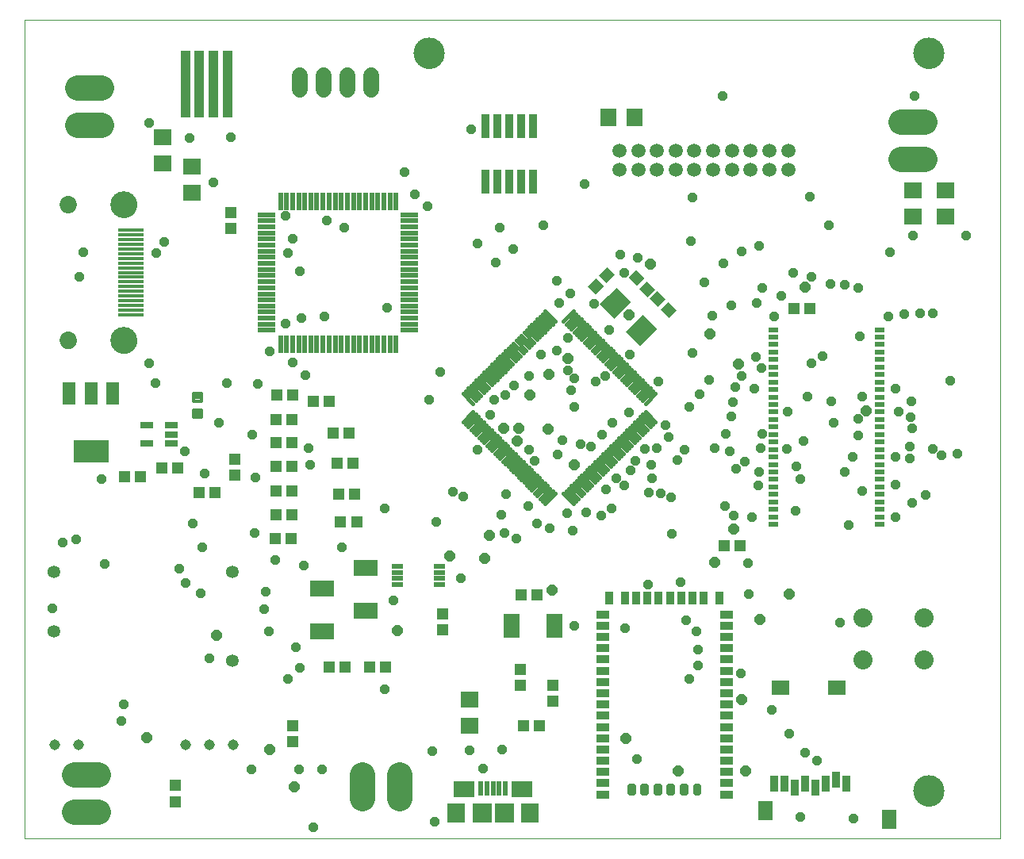
<source format=gts>
G75*
%MOIN*%
%OFA0B0*%
%FSLAX25Y25*%
%IPPOS*%
%LPD*%
%AMOC8*
5,1,8,0,0,1.08239X$1,22.5*
%
%ADD10C,0.00000*%
%ADD11C,0.13100*%
%ADD12R,0.07687X0.06899*%
%ADD13R,0.05324X0.03750*%
%ADD14R,0.03750X0.05324*%
%ADD15C,0.02812*%
%ADD16R,0.06112X0.08080*%
%ADD17R,0.07687X0.06112*%
%ADD18R,0.03356X0.06506*%
%ADD19R,0.10836X0.01781*%
%ADD20C,0.11230*%
%ADD21C,0.07293*%
%ADD22R,0.02300X0.07200*%
%ADD23R,0.07200X0.02300*%
%ADD24R,0.04143X0.02175*%
%ADD25C,0.01500*%
%ADD26R,0.02175X0.05915*%
%ADD27R,0.08080X0.08080*%
%ADD28R,0.07690X0.08080*%
%ADD29R,0.08868X0.06899*%
%ADD30R,0.03592X0.10049*%
%ADD31C,0.10639*%
%ADD32R,0.04931X0.04537*%
%ADD33R,0.06506X0.10049*%
%ADD34C,0.08000*%
%ADD35R,0.05324X0.02765*%
%ADD36R,0.04537X0.04931*%
%ADD37R,0.03946X0.28159*%
%ADD38R,0.10049X0.08474*%
%ADD39C,0.01361*%
%ADD40R,0.04931X0.02175*%
%ADD41C,0.05915*%
%ADD42R,0.06899X0.07687*%
%ADD43R,0.05400X0.09400*%
%ADD44R,0.14773X0.09261*%
%ADD45C,0.05324*%
%ADD46R,0.10049X0.06506*%
%ADD47C,0.04500*%
%ADD48C,0.06506*%
%ADD49OC8,0.04000*%
%ADD50OC8,0.04362*%
D10*
X0001500Y0017369D02*
X0001500Y0361369D01*
X0411500Y0361369D01*
X0411500Y0017369D01*
X0001500Y0017369D01*
X0016422Y0226699D02*
X0016424Y0226814D01*
X0016430Y0226930D01*
X0016440Y0227045D01*
X0016454Y0227160D01*
X0016472Y0227274D01*
X0016494Y0227387D01*
X0016519Y0227500D01*
X0016549Y0227611D01*
X0016582Y0227722D01*
X0016619Y0227831D01*
X0016660Y0227939D01*
X0016705Y0228046D01*
X0016753Y0228151D01*
X0016805Y0228254D01*
X0016861Y0228355D01*
X0016920Y0228455D01*
X0016982Y0228552D01*
X0017048Y0228647D01*
X0017116Y0228740D01*
X0017188Y0228830D01*
X0017263Y0228918D01*
X0017342Y0229003D01*
X0017423Y0229085D01*
X0017506Y0229165D01*
X0017593Y0229241D01*
X0017682Y0229315D01*
X0017773Y0229385D01*
X0017867Y0229453D01*
X0017963Y0229517D01*
X0018062Y0229577D01*
X0018162Y0229634D01*
X0018264Y0229688D01*
X0018368Y0229738D01*
X0018474Y0229785D01*
X0018581Y0229828D01*
X0018690Y0229867D01*
X0018800Y0229902D01*
X0018911Y0229933D01*
X0019023Y0229961D01*
X0019136Y0229985D01*
X0019250Y0230005D01*
X0019365Y0230021D01*
X0019480Y0230033D01*
X0019595Y0230041D01*
X0019710Y0230045D01*
X0019826Y0230045D01*
X0019941Y0230041D01*
X0020056Y0230033D01*
X0020171Y0230021D01*
X0020286Y0230005D01*
X0020400Y0229985D01*
X0020513Y0229961D01*
X0020625Y0229933D01*
X0020736Y0229902D01*
X0020846Y0229867D01*
X0020955Y0229828D01*
X0021062Y0229785D01*
X0021168Y0229738D01*
X0021272Y0229688D01*
X0021374Y0229634D01*
X0021474Y0229577D01*
X0021573Y0229517D01*
X0021669Y0229453D01*
X0021763Y0229385D01*
X0021854Y0229315D01*
X0021943Y0229241D01*
X0022030Y0229165D01*
X0022113Y0229085D01*
X0022194Y0229003D01*
X0022273Y0228918D01*
X0022348Y0228830D01*
X0022420Y0228740D01*
X0022488Y0228647D01*
X0022554Y0228552D01*
X0022616Y0228455D01*
X0022675Y0228355D01*
X0022731Y0228254D01*
X0022783Y0228151D01*
X0022831Y0228046D01*
X0022876Y0227939D01*
X0022917Y0227831D01*
X0022954Y0227722D01*
X0022987Y0227611D01*
X0023017Y0227500D01*
X0023042Y0227387D01*
X0023064Y0227274D01*
X0023082Y0227160D01*
X0023096Y0227045D01*
X0023106Y0226930D01*
X0023112Y0226814D01*
X0023114Y0226699D01*
X0023112Y0226584D01*
X0023106Y0226468D01*
X0023096Y0226353D01*
X0023082Y0226238D01*
X0023064Y0226124D01*
X0023042Y0226011D01*
X0023017Y0225898D01*
X0022987Y0225787D01*
X0022954Y0225676D01*
X0022917Y0225567D01*
X0022876Y0225459D01*
X0022831Y0225352D01*
X0022783Y0225247D01*
X0022731Y0225144D01*
X0022675Y0225043D01*
X0022616Y0224943D01*
X0022554Y0224846D01*
X0022488Y0224751D01*
X0022420Y0224658D01*
X0022348Y0224568D01*
X0022273Y0224480D01*
X0022194Y0224395D01*
X0022113Y0224313D01*
X0022030Y0224233D01*
X0021943Y0224157D01*
X0021854Y0224083D01*
X0021763Y0224013D01*
X0021669Y0223945D01*
X0021573Y0223881D01*
X0021474Y0223821D01*
X0021374Y0223764D01*
X0021272Y0223710D01*
X0021168Y0223660D01*
X0021062Y0223613D01*
X0020955Y0223570D01*
X0020846Y0223531D01*
X0020736Y0223496D01*
X0020625Y0223465D01*
X0020513Y0223437D01*
X0020400Y0223413D01*
X0020286Y0223393D01*
X0020171Y0223377D01*
X0020056Y0223365D01*
X0019941Y0223357D01*
X0019826Y0223353D01*
X0019710Y0223353D01*
X0019595Y0223357D01*
X0019480Y0223365D01*
X0019365Y0223377D01*
X0019250Y0223393D01*
X0019136Y0223413D01*
X0019023Y0223437D01*
X0018911Y0223465D01*
X0018800Y0223496D01*
X0018690Y0223531D01*
X0018581Y0223570D01*
X0018474Y0223613D01*
X0018368Y0223660D01*
X0018264Y0223710D01*
X0018162Y0223764D01*
X0018062Y0223821D01*
X0017963Y0223881D01*
X0017867Y0223945D01*
X0017773Y0224013D01*
X0017682Y0224083D01*
X0017593Y0224157D01*
X0017506Y0224233D01*
X0017423Y0224313D01*
X0017342Y0224395D01*
X0017263Y0224480D01*
X0017188Y0224568D01*
X0017116Y0224658D01*
X0017048Y0224751D01*
X0016982Y0224846D01*
X0016920Y0224943D01*
X0016861Y0225043D01*
X0016805Y0225144D01*
X0016753Y0225247D01*
X0016705Y0225352D01*
X0016660Y0225459D01*
X0016619Y0225567D01*
X0016582Y0225676D01*
X0016549Y0225787D01*
X0016519Y0225898D01*
X0016494Y0226011D01*
X0016472Y0226124D01*
X0016454Y0226238D01*
X0016440Y0226353D01*
X0016430Y0226468D01*
X0016424Y0226584D01*
X0016422Y0226699D01*
X0037917Y0226699D02*
X0037919Y0226844D01*
X0037925Y0226989D01*
X0037935Y0227134D01*
X0037949Y0227279D01*
X0037967Y0227423D01*
X0037988Y0227566D01*
X0038014Y0227709D01*
X0038043Y0227851D01*
X0038077Y0227993D01*
X0038114Y0228133D01*
X0038155Y0228272D01*
X0038200Y0228410D01*
X0038249Y0228547D01*
X0038301Y0228683D01*
X0038357Y0228817D01*
X0038417Y0228949D01*
X0038480Y0229080D01*
X0038547Y0229208D01*
X0038617Y0229336D01*
X0038691Y0229461D01*
X0038768Y0229584D01*
X0038848Y0229704D01*
X0038932Y0229823D01*
X0039019Y0229939D01*
X0039109Y0230053D01*
X0039202Y0230165D01*
X0039298Y0230273D01*
X0039398Y0230379D01*
X0039499Y0230483D01*
X0039604Y0230583D01*
X0039712Y0230681D01*
X0039822Y0230776D01*
X0039934Y0230867D01*
X0040049Y0230956D01*
X0040167Y0231041D01*
X0040287Y0231123D01*
X0040409Y0231202D01*
X0040533Y0231278D01*
X0040659Y0231350D01*
X0040787Y0231418D01*
X0040917Y0231483D01*
X0041048Y0231545D01*
X0041181Y0231602D01*
X0041316Y0231657D01*
X0041452Y0231707D01*
X0041590Y0231754D01*
X0041728Y0231797D01*
X0041868Y0231836D01*
X0042009Y0231871D01*
X0042151Y0231903D01*
X0042293Y0231930D01*
X0042436Y0231954D01*
X0042580Y0231974D01*
X0042725Y0231990D01*
X0042869Y0232002D01*
X0043014Y0232010D01*
X0043159Y0232014D01*
X0043305Y0232014D01*
X0043450Y0232010D01*
X0043595Y0232002D01*
X0043739Y0231990D01*
X0043884Y0231974D01*
X0044028Y0231954D01*
X0044171Y0231930D01*
X0044313Y0231903D01*
X0044455Y0231871D01*
X0044596Y0231836D01*
X0044736Y0231797D01*
X0044874Y0231754D01*
X0045012Y0231707D01*
X0045148Y0231657D01*
X0045283Y0231602D01*
X0045416Y0231545D01*
X0045547Y0231483D01*
X0045677Y0231418D01*
X0045805Y0231350D01*
X0045931Y0231278D01*
X0046055Y0231202D01*
X0046177Y0231123D01*
X0046297Y0231041D01*
X0046415Y0230956D01*
X0046530Y0230867D01*
X0046642Y0230776D01*
X0046752Y0230681D01*
X0046860Y0230583D01*
X0046965Y0230483D01*
X0047066Y0230379D01*
X0047166Y0230273D01*
X0047262Y0230165D01*
X0047355Y0230053D01*
X0047445Y0229939D01*
X0047532Y0229823D01*
X0047616Y0229704D01*
X0047696Y0229584D01*
X0047773Y0229461D01*
X0047847Y0229336D01*
X0047917Y0229208D01*
X0047984Y0229080D01*
X0048047Y0228949D01*
X0048107Y0228817D01*
X0048163Y0228683D01*
X0048215Y0228547D01*
X0048264Y0228410D01*
X0048309Y0228272D01*
X0048350Y0228133D01*
X0048387Y0227993D01*
X0048421Y0227851D01*
X0048450Y0227709D01*
X0048476Y0227566D01*
X0048497Y0227423D01*
X0048515Y0227279D01*
X0048529Y0227134D01*
X0048539Y0226989D01*
X0048545Y0226844D01*
X0048547Y0226699D01*
X0048545Y0226554D01*
X0048539Y0226409D01*
X0048529Y0226264D01*
X0048515Y0226119D01*
X0048497Y0225975D01*
X0048476Y0225832D01*
X0048450Y0225689D01*
X0048421Y0225547D01*
X0048387Y0225405D01*
X0048350Y0225265D01*
X0048309Y0225126D01*
X0048264Y0224988D01*
X0048215Y0224851D01*
X0048163Y0224715D01*
X0048107Y0224581D01*
X0048047Y0224449D01*
X0047984Y0224318D01*
X0047917Y0224190D01*
X0047847Y0224062D01*
X0047773Y0223937D01*
X0047696Y0223814D01*
X0047616Y0223694D01*
X0047532Y0223575D01*
X0047445Y0223459D01*
X0047355Y0223345D01*
X0047262Y0223233D01*
X0047166Y0223125D01*
X0047066Y0223019D01*
X0046965Y0222915D01*
X0046860Y0222815D01*
X0046752Y0222717D01*
X0046642Y0222622D01*
X0046530Y0222531D01*
X0046415Y0222442D01*
X0046297Y0222357D01*
X0046177Y0222275D01*
X0046055Y0222196D01*
X0045931Y0222120D01*
X0045805Y0222048D01*
X0045677Y0221980D01*
X0045547Y0221915D01*
X0045416Y0221853D01*
X0045283Y0221796D01*
X0045148Y0221741D01*
X0045012Y0221691D01*
X0044874Y0221644D01*
X0044736Y0221601D01*
X0044596Y0221562D01*
X0044455Y0221527D01*
X0044313Y0221495D01*
X0044171Y0221468D01*
X0044028Y0221444D01*
X0043884Y0221424D01*
X0043739Y0221408D01*
X0043595Y0221396D01*
X0043450Y0221388D01*
X0043305Y0221384D01*
X0043159Y0221384D01*
X0043014Y0221388D01*
X0042869Y0221396D01*
X0042725Y0221408D01*
X0042580Y0221424D01*
X0042436Y0221444D01*
X0042293Y0221468D01*
X0042151Y0221495D01*
X0042009Y0221527D01*
X0041868Y0221562D01*
X0041728Y0221601D01*
X0041590Y0221644D01*
X0041452Y0221691D01*
X0041316Y0221741D01*
X0041181Y0221796D01*
X0041048Y0221853D01*
X0040917Y0221915D01*
X0040787Y0221980D01*
X0040659Y0222048D01*
X0040533Y0222120D01*
X0040409Y0222196D01*
X0040287Y0222275D01*
X0040167Y0222357D01*
X0040049Y0222442D01*
X0039934Y0222531D01*
X0039822Y0222622D01*
X0039712Y0222717D01*
X0039604Y0222815D01*
X0039499Y0222915D01*
X0039398Y0223019D01*
X0039298Y0223125D01*
X0039202Y0223233D01*
X0039109Y0223345D01*
X0039019Y0223459D01*
X0038932Y0223575D01*
X0038848Y0223694D01*
X0038768Y0223814D01*
X0038691Y0223937D01*
X0038617Y0224062D01*
X0038547Y0224190D01*
X0038480Y0224318D01*
X0038417Y0224449D01*
X0038357Y0224581D01*
X0038301Y0224715D01*
X0038249Y0224851D01*
X0038200Y0224988D01*
X0038155Y0225126D01*
X0038114Y0225265D01*
X0038077Y0225405D01*
X0038043Y0225547D01*
X0038014Y0225689D01*
X0037988Y0225832D01*
X0037967Y0225975D01*
X0037949Y0226119D01*
X0037935Y0226264D01*
X0037925Y0226409D01*
X0037919Y0226554D01*
X0037917Y0226699D01*
X0037917Y0283786D02*
X0037919Y0283931D01*
X0037925Y0284076D01*
X0037935Y0284221D01*
X0037949Y0284366D01*
X0037967Y0284510D01*
X0037988Y0284653D01*
X0038014Y0284796D01*
X0038043Y0284938D01*
X0038077Y0285080D01*
X0038114Y0285220D01*
X0038155Y0285359D01*
X0038200Y0285497D01*
X0038249Y0285634D01*
X0038301Y0285770D01*
X0038357Y0285904D01*
X0038417Y0286036D01*
X0038480Y0286167D01*
X0038547Y0286295D01*
X0038617Y0286423D01*
X0038691Y0286548D01*
X0038768Y0286671D01*
X0038848Y0286791D01*
X0038932Y0286910D01*
X0039019Y0287026D01*
X0039109Y0287140D01*
X0039202Y0287252D01*
X0039298Y0287360D01*
X0039398Y0287466D01*
X0039499Y0287570D01*
X0039604Y0287670D01*
X0039712Y0287768D01*
X0039822Y0287863D01*
X0039934Y0287954D01*
X0040049Y0288043D01*
X0040167Y0288128D01*
X0040287Y0288210D01*
X0040409Y0288289D01*
X0040533Y0288365D01*
X0040659Y0288437D01*
X0040787Y0288505D01*
X0040917Y0288570D01*
X0041048Y0288632D01*
X0041181Y0288689D01*
X0041316Y0288744D01*
X0041452Y0288794D01*
X0041590Y0288841D01*
X0041728Y0288884D01*
X0041868Y0288923D01*
X0042009Y0288958D01*
X0042151Y0288990D01*
X0042293Y0289017D01*
X0042436Y0289041D01*
X0042580Y0289061D01*
X0042725Y0289077D01*
X0042869Y0289089D01*
X0043014Y0289097D01*
X0043159Y0289101D01*
X0043305Y0289101D01*
X0043450Y0289097D01*
X0043595Y0289089D01*
X0043739Y0289077D01*
X0043884Y0289061D01*
X0044028Y0289041D01*
X0044171Y0289017D01*
X0044313Y0288990D01*
X0044455Y0288958D01*
X0044596Y0288923D01*
X0044736Y0288884D01*
X0044874Y0288841D01*
X0045012Y0288794D01*
X0045148Y0288744D01*
X0045283Y0288689D01*
X0045416Y0288632D01*
X0045547Y0288570D01*
X0045677Y0288505D01*
X0045805Y0288437D01*
X0045931Y0288365D01*
X0046055Y0288289D01*
X0046177Y0288210D01*
X0046297Y0288128D01*
X0046415Y0288043D01*
X0046530Y0287954D01*
X0046642Y0287863D01*
X0046752Y0287768D01*
X0046860Y0287670D01*
X0046965Y0287570D01*
X0047066Y0287466D01*
X0047166Y0287360D01*
X0047262Y0287252D01*
X0047355Y0287140D01*
X0047445Y0287026D01*
X0047532Y0286910D01*
X0047616Y0286791D01*
X0047696Y0286671D01*
X0047773Y0286548D01*
X0047847Y0286423D01*
X0047917Y0286295D01*
X0047984Y0286167D01*
X0048047Y0286036D01*
X0048107Y0285904D01*
X0048163Y0285770D01*
X0048215Y0285634D01*
X0048264Y0285497D01*
X0048309Y0285359D01*
X0048350Y0285220D01*
X0048387Y0285080D01*
X0048421Y0284938D01*
X0048450Y0284796D01*
X0048476Y0284653D01*
X0048497Y0284510D01*
X0048515Y0284366D01*
X0048529Y0284221D01*
X0048539Y0284076D01*
X0048545Y0283931D01*
X0048547Y0283786D01*
X0048545Y0283641D01*
X0048539Y0283496D01*
X0048529Y0283351D01*
X0048515Y0283206D01*
X0048497Y0283062D01*
X0048476Y0282919D01*
X0048450Y0282776D01*
X0048421Y0282634D01*
X0048387Y0282492D01*
X0048350Y0282352D01*
X0048309Y0282213D01*
X0048264Y0282075D01*
X0048215Y0281938D01*
X0048163Y0281802D01*
X0048107Y0281668D01*
X0048047Y0281536D01*
X0047984Y0281405D01*
X0047917Y0281277D01*
X0047847Y0281149D01*
X0047773Y0281024D01*
X0047696Y0280901D01*
X0047616Y0280781D01*
X0047532Y0280662D01*
X0047445Y0280546D01*
X0047355Y0280432D01*
X0047262Y0280320D01*
X0047166Y0280212D01*
X0047066Y0280106D01*
X0046965Y0280002D01*
X0046860Y0279902D01*
X0046752Y0279804D01*
X0046642Y0279709D01*
X0046530Y0279618D01*
X0046415Y0279529D01*
X0046297Y0279444D01*
X0046177Y0279362D01*
X0046055Y0279283D01*
X0045931Y0279207D01*
X0045805Y0279135D01*
X0045677Y0279067D01*
X0045547Y0279002D01*
X0045416Y0278940D01*
X0045283Y0278883D01*
X0045148Y0278828D01*
X0045012Y0278778D01*
X0044874Y0278731D01*
X0044736Y0278688D01*
X0044596Y0278649D01*
X0044455Y0278614D01*
X0044313Y0278582D01*
X0044171Y0278555D01*
X0044028Y0278531D01*
X0043884Y0278511D01*
X0043739Y0278495D01*
X0043595Y0278483D01*
X0043450Y0278475D01*
X0043305Y0278471D01*
X0043159Y0278471D01*
X0043014Y0278475D01*
X0042869Y0278483D01*
X0042725Y0278495D01*
X0042580Y0278511D01*
X0042436Y0278531D01*
X0042293Y0278555D01*
X0042151Y0278582D01*
X0042009Y0278614D01*
X0041868Y0278649D01*
X0041728Y0278688D01*
X0041590Y0278731D01*
X0041452Y0278778D01*
X0041316Y0278828D01*
X0041181Y0278883D01*
X0041048Y0278940D01*
X0040917Y0279002D01*
X0040787Y0279067D01*
X0040659Y0279135D01*
X0040533Y0279207D01*
X0040409Y0279283D01*
X0040287Y0279362D01*
X0040167Y0279444D01*
X0040049Y0279529D01*
X0039934Y0279618D01*
X0039822Y0279709D01*
X0039712Y0279804D01*
X0039604Y0279902D01*
X0039499Y0280002D01*
X0039398Y0280106D01*
X0039298Y0280212D01*
X0039202Y0280320D01*
X0039109Y0280432D01*
X0039019Y0280546D01*
X0038932Y0280662D01*
X0038848Y0280781D01*
X0038768Y0280901D01*
X0038691Y0281024D01*
X0038617Y0281149D01*
X0038547Y0281277D01*
X0038480Y0281405D01*
X0038417Y0281536D01*
X0038357Y0281668D01*
X0038301Y0281802D01*
X0038249Y0281938D01*
X0038200Y0282075D01*
X0038155Y0282213D01*
X0038114Y0282352D01*
X0038077Y0282492D01*
X0038043Y0282634D01*
X0038014Y0282776D01*
X0037988Y0282919D01*
X0037967Y0283062D01*
X0037949Y0283206D01*
X0037935Y0283351D01*
X0037925Y0283496D01*
X0037919Y0283641D01*
X0037917Y0283786D01*
X0016422Y0283786D02*
X0016424Y0283901D01*
X0016430Y0284017D01*
X0016440Y0284132D01*
X0016454Y0284247D01*
X0016472Y0284361D01*
X0016494Y0284474D01*
X0016519Y0284587D01*
X0016549Y0284698D01*
X0016582Y0284809D01*
X0016619Y0284918D01*
X0016660Y0285026D01*
X0016705Y0285133D01*
X0016753Y0285238D01*
X0016805Y0285341D01*
X0016861Y0285442D01*
X0016920Y0285542D01*
X0016982Y0285639D01*
X0017048Y0285734D01*
X0017116Y0285827D01*
X0017188Y0285917D01*
X0017263Y0286005D01*
X0017342Y0286090D01*
X0017423Y0286172D01*
X0017506Y0286252D01*
X0017593Y0286328D01*
X0017682Y0286402D01*
X0017773Y0286472D01*
X0017867Y0286540D01*
X0017963Y0286604D01*
X0018062Y0286664D01*
X0018162Y0286721D01*
X0018264Y0286775D01*
X0018368Y0286825D01*
X0018474Y0286872D01*
X0018581Y0286915D01*
X0018690Y0286954D01*
X0018800Y0286989D01*
X0018911Y0287020D01*
X0019023Y0287048D01*
X0019136Y0287072D01*
X0019250Y0287092D01*
X0019365Y0287108D01*
X0019480Y0287120D01*
X0019595Y0287128D01*
X0019710Y0287132D01*
X0019826Y0287132D01*
X0019941Y0287128D01*
X0020056Y0287120D01*
X0020171Y0287108D01*
X0020286Y0287092D01*
X0020400Y0287072D01*
X0020513Y0287048D01*
X0020625Y0287020D01*
X0020736Y0286989D01*
X0020846Y0286954D01*
X0020955Y0286915D01*
X0021062Y0286872D01*
X0021168Y0286825D01*
X0021272Y0286775D01*
X0021374Y0286721D01*
X0021474Y0286664D01*
X0021573Y0286604D01*
X0021669Y0286540D01*
X0021763Y0286472D01*
X0021854Y0286402D01*
X0021943Y0286328D01*
X0022030Y0286252D01*
X0022113Y0286172D01*
X0022194Y0286090D01*
X0022273Y0286005D01*
X0022348Y0285917D01*
X0022420Y0285827D01*
X0022488Y0285734D01*
X0022554Y0285639D01*
X0022616Y0285542D01*
X0022675Y0285442D01*
X0022731Y0285341D01*
X0022783Y0285238D01*
X0022831Y0285133D01*
X0022876Y0285026D01*
X0022917Y0284918D01*
X0022954Y0284809D01*
X0022987Y0284698D01*
X0023017Y0284587D01*
X0023042Y0284474D01*
X0023064Y0284361D01*
X0023082Y0284247D01*
X0023096Y0284132D01*
X0023106Y0284017D01*
X0023112Y0283901D01*
X0023114Y0283786D01*
X0023112Y0283671D01*
X0023106Y0283555D01*
X0023096Y0283440D01*
X0023082Y0283325D01*
X0023064Y0283211D01*
X0023042Y0283098D01*
X0023017Y0282985D01*
X0022987Y0282874D01*
X0022954Y0282763D01*
X0022917Y0282654D01*
X0022876Y0282546D01*
X0022831Y0282439D01*
X0022783Y0282334D01*
X0022731Y0282231D01*
X0022675Y0282130D01*
X0022616Y0282030D01*
X0022554Y0281933D01*
X0022488Y0281838D01*
X0022420Y0281745D01*
X0022348Y0281655D01*
X0022273Y0281567D01*
X0022194Y0281482D01*
X0022113Y0281400D01*
X0022030Y0281320D01*
X0021943Y0281244D01*
X0021854Y0281170D01*
X0021763Y0281100D01*
X0021669Y0281032D01*
X0021573Y0280968D01*
X0021474Y0280908D01*
X0021374Y0280851D01*
X0021272Y0280797D01*
X0021168Y0280747D01*
X0021062Y0280700D01*
X0020955Y0280657D01*
X0020846Y0280618D01*
X0020736Y0280583D01*
X0020625Y0280552D01*
X0020513Y0280524D01*
X0020400Y0280500D01*
X0020286Y0280480D01*
X0020171Y0280464D01*
X0020056Y0280452D01*
X0019941Y0280444D01*
X0019826Y0280440D01*
X0019710Y0280440D01*
X0019595Y0280444D01*
X0019480Y0280452D01*
X0019365Y0280464D01*
X0019250Y0280480D01*
X0019136Y0280500D01*
X0019023Y0280524D01*
X0018911Y0280552D01*
X0018800Y0280583D01*
X0018690Y0280618D01*
X0018581Y0280657D01*
X0018474Y0280700D01*
X0018368Y0280747D01*
X0018264Y0280797D01*
X0018162Y0280851D01*
X0018062Y0280908D01*
X0017963Y0280968D01*
X0017867Y0281032D01*
X0017773Y0281100D01*
X0017682Y0281170D01*
X0017593Y0281244D01*
X0017506Y0281320D01*
X0017423Y0281400D01*
X0017342Y0281482D01*
X0017263Y0281567D01*
X0017188Y0281655D01*
X0017116Y0281745D01*
X0017048Y0281838D01*
X0016982Y0281933D01*
X0016920Y0282030D01*
X0016861Y0282130D01*
X0016805Y0282231D01*
X0016753Y0282334D01*
X0016705Y0282439D01*
X0016660Y0282546D01*
X0016619Y0282654D01*
X0016582Y0282763D01*
X0016549Y0282874D01*
X0016519Y0282985D01*
X0016494Y0283098D01*
X0016472Y0283211D01*
X0016454Y0283325D01*
X0016440Y0283440D01*
X0016430Y0283555D01*
X0016424Y0283671D01*
X0016422Y0283786D01*
X0165250Y0347369D02*
X0165252Y0347527D01*
X0165258Y0347684D01*
X0165268Y0347842D01*
X0165282Y0347999D01*
X0165300Y0348155D01*
X0165321Y0348312D01*
X0165347Y0348467D01*
X0165377Y0348622D01*
X0165410Y0348776D01*
X0165448Y0348929D01*
X0165489Y0349082D01*
X0165534Y0349233D01*
X0165583Y0349383D01*
X0165636Y0349531D01*
X0165692Y0349679D01*
X0165753Y0349824D01*
X0165816Y0349969D01*
X0165884Y0350111D01*
X0165955Y0350252D01*
X0166029Y0350391D01*
X0166107Y0350528D01*
X0166189Y0350663D01*
X0166273Y0350796D01*
X0166362Y0350927D01*
X0166453Y0351055D01*
X0166548Y0351182D01*
X0166645Y0351305D01*
X0166746Y0351427D01*
X0166850Y0351545D01*
X0166957Y0351661D01*
X0167067Y0351774D01*
X0167179Y0351885D01*
X0167295Y0351992D01*
X0167413Y0352097D01*
X0167533Y0352199D01*
X0167656Y0352297D01*
X0167782Y0352393D01*
X0167910Y0352485D01*
X0168040Y0352574D01*
X0168172Y0352660D01*
X0168307Y0352742D01*
X0168444Y0352821D01*
X0168582Y0352896D01*
X0168722Y0352968D01*
X0168865Y0353036D01*
X0169008Y0353101D01*
X0169154Y0353162D01*
X0169301Y0353219D01*
X0169449Y0353273D01*
X0169599Y0353323D01*
X0169749Y0353369D01*
X0169901Y0353411D01*
X0170054Y0353450D01*
X0170208Y0353484D01*
X0170363Y0353515D01*
X0170518Y0353541D01*
X0170674Y0353564D01*
X0170831Y0353583D01*
X0170988Y0353598D01*
X0171145Y0353609D01*
X0171303Y0353616D01*
X0171461Y0353619D01*
X0171618Y0353618D01*
X0171776Y0353613D01*
X0171933Y0353604D01*
X0172091Y0353591D01*
X0172247Y0353574D01*
X0172404Y0353553D01*
X0172559Y0353529D01*
X0172714Y0353500D01*
X0172869Y0353467D01*
X0173022Y0353431D01*
X0173175Y0353390D01*
X0173326Y0353346D01*
X0173476Y0353298D01*
X0173625Y0353247D01*
X0173773Y0353191D01*
X0173919Y0353132D01*
X0174064Y0353069D01*
X0174207Y0353002D01*
X0174348Y0352932D01*
X0174487Y0352859D01*
X0174625Y0352782D01*
X0174761Y0352701D01*
X0174894Y0352617D01*
X0175025Y0352530D01*
X0175154Y0352439D01*
X0175281Y0352345D01*
X0175406Y0352248D01*
X0175527Y0352148D01*
X0175647Y0352045D01*
X0175763Y0351939D01*
X0175877Y0351830D01*
X0175989Y0351718D01*
X0176097Y0351604D01*
X0176202Y0351486D01*
X0176305Y0351366D01*
X0176404Y0351244D01*
X0176500Y0351119D01*
X0176593Y0350991D01*
X0176683Y0350862D01*
X0176769Y0350730D01*
X0176853Y0350596D01*
X0176932Y0350460D01*
X0177009Y0350322D01*
X0177081Y0350182D01*
X0177150Y0350040D01*
X0177216Y0349897D01*
X0177278Y0349752D01*
X0177336Y0349605D01*
X0177391Y0349457D01*
X0177442Y0349308D01*
X0177489Y0349157D01*
X0177532Y0349006D01*
X0177571Y0348853D01*
X0177607Y0348699D01*
X0177638Y0348545D01*
X0177666Y0348390D01*
X0177690Y0348234D01*
X0177710Y0348077D01*
X0177726Y0347920D01*
X0177738Y0347763D01*
X0177746Y0347606D01*
X0177750Y0347448D01*
X0177750Y0347290D01*
X0177746Y0347132D01*
X0177738Y0346975D01*
X0177726Y0346818D01*
X0177710Y0346661D01*
X0177690Y0346504D01*
X0177666Y0346348D01*
X0177638Y0346193D01*
X0177607Y0346039D01*
X0177571Y0345885D01*
X0177532Y0345732D01*
X0177489Y0345581D01*
X0177442Y0345430D01*
X0177391Y0345281D01*
X0177336Y0345133D01*
X0177278Y0344986D01*
X0177216Y0344841D01*
X0177150Y0344698D01*
X0177081Y0344556D01*
X0177009Y0344416D01*
X0176932Y0344278D01*
X0176853Y0344142D01*
X0176769Y0344008D01*
X0176683Y0343876D01*
X0176593Y0343747D01*
X0176500Y0343619D01*
X0176404Y0343494D01*
X0176305Y0343372D01*
X0176202Y0343252D01*
X0176097Y0343134D01*
X0175989Y0343020D01*
X0175877Y0342908D01*
X0175763Y0342799D01*
X0175647Y0342693D01*
X0175527Y0342590D01*
X0175406Y0342490D01*
X0175281Y0342393D01*
X0175154Y0342299D01*
X0175025Y0342208D01*
X0174894Y0342121D01*
X0174761Y0342037D01*
X0174625Y0341956D01*
X0174487Y0341879D01*
X0174348Y0341806D01*
X0174207Y0341736D01*
X0174064Y0341669D01*
X0173919Y0341606D01*
X0173773Y0341547D01*
X0173625Y0341491D01*
X0173476Y0341440D01*
X0173326Y0341392D01*
X0173175Y0341348D01*
X0173022Y0341307D01*
X0172869Y0341271D01*
X0172714Y0341238D01*
X0172559Y0341209D01*
X0172404Y0341185D01*
X0172247Y0341164D01*
X0172091Y0341147D01*
X0171933Y0341134D01*
X0171776Y0341125D01*
X0171618Y0341120D01*
X0171461Y0341119D01*
X0171303Y0341122D01*
X0171145Y0341129D01*
X0170988Y0341140D01*
X0170831Y0341155D01*
X0170674Y0341174D01*
X0170518Y0341197D01*
X0170363Y0341223D01*
X0170208Y0341254D01*
X0170054Y0341288D01*
X0169901Y0341327D01*
X0169749Y0341369D01*
X0169599Y0341415D01*
X0169449Y0341465D01*
X0169301Y0341519D01*
X0169154Y0341576D01*
X0169008Y0341637D01*
X0168865Y0341702D01*
X0168722Y0341770D01*
X0168582Y0341842D01*
X0168444Y0341917D01*
X0168307Y0341996D01*
X0168172Y0342078D01*
X0168040Y0342164D01*
X0167910Y0342253D01*
X0167782Y0342345D01*
X0167656Y0342441D01*
X0167533Y0342539D01*
X0167413Y0342641D01*
X0167295Y0342746D01*
X0167179Y0342853D01*
X0167067Y0342964D01*
X0166957Y0343077D01*
X0166850Y0343193D01*
X0166746Y0343311D01*
X0166645Y0343433D01*
X0166548Y0343556D01*
X0166453Y0343683D01*
X0166362Y0343811D01*
X0166273Y0343942D01*
X0166189Y0344075D01*
X0166107Y0344210D01*
X0166029Y0344347D01*
X0165955Y0344486D01*
X0165884Y0344627D01*
X0165816Y0344769D01*
X0165753Y0344914D01*
X0165692Y0345059D01*
X0165636Y0345207D01*
X0165583Y0345355D01*
X0165534Y0345505D01*
X0165489Y0345656D01*
X0165448Y0345809D01*
X0165410Y0345962D01*
X0165377Y0346116D01*
X0165347Y0346271D01*
X0165321Y0346426D01*
X0165300Y0346583D01*
X0165282Y0346739D01*
X0165268Y0346896D01*
X0165258Y0347054D01*
X0165252Y0347211D01*
X0165250Y0347369D01*
X0375250Y0347369D02*
X0375252Y0347527D01*
X0375258Y0347684D01*
X0375268Y0347842D01*
X0375282Y0347999D01*
X0375300Y0348155D01*
X0375321Y0348312D01*
X0375347Y0348467D01*
X0375377Y0348622D01*
X0375410Y0348776D01*
X0375448Y0348929D01*
X0375489Y0349082D01*
X0375534Y0349233D01*
X0375583Y0349383D01*
X0375636Y0349531D01*
X0375692Y0349679D01*
X0375753Y0349824D01*
X0375816Y0349969D01*
X0375884Y0350111D01*
X0375955Y0350252D01*
X0376029Y0350391D01*
X0376107Y0350528D01*
X0376189Y0350663D01*
X0376273Y0350796D01*
X0376362Y0350927D01*
X0376453Y0351055D01*
X0376548Y0351182D01*
X0376645Y0351305D01*
X0376746Y0351427D01*
X0376850Y0351545D01*
X0376957Y0351661D01*
X0377067Y0351774D01*
X0377179Y0351885D01*
X0377295Y0351992D01*
X0377413Y0352097D01*
X0377533Y0352199D01*
X0377656Y0352297D01*
X0377782Y0352393D01*
X0377910Y0352485D01*
X0378040Y0352574D01*
X0378172Y0352660D01*
X0378307Y0352742D01*
X0378444Y0352821D01*
X0378582Y0352896D01*
X0378722Y0352968D01*
X0378865Y0353036D01*
X0379008Y0353101D01*
X0379154Y0353162D01*
X0379301Y0353219D01*
X0379449Y0353273D01*
X0379599Y0353323D01*
X0379749Y0353369D01*
X0379901Y0353411D01*
X0380054Y0353450D01*
X0380208Y0353484D01*
X0380363Y0353515D01*
X0380518Y0353541D01*
X0380674Y0353564D01*
X0380831Y0353583D01*
X0380988Y0353598D01*
X0381145Y0353609D01*
X0381303Y0353616D01*
X0381461Y0353619D01*
X0381618Y0353618D01*
X0381776Y0353613D01*
X0381933Y0353604D01*
X0382091Y0353591D01*
X0382247Y0353574D01*
X0382404Y0353553D01*
X0382559Y0353529D01*
X0382714Y0353500D01*
X0382869Y0353467D01*
X0383022Y0353431D01*
X0383175Y0353390D01*
X0383326Y0353346D01*
X0383476Y0353298D01*
X0383625Y0353247D01*
X0383773Y0353191D01*
X0383919Y0353132D01*
X0384064Y0353069D01*
X0384207Y0353002D01*
X0384348Y0352932D01*
X0384487Y0352859D01*
X0384625Y0352782D01*
X0384761Y0352701D01*
X0384894Y0352617D01*
X0385025Y0352530D01*
X0385154Y0352439D01*
X0385281Y0352345D01*
X0385406Y0352248D01*
X0385527Y0352148D01*
X0385647Y0352045D01*
X0385763Y0351939D01*
X0385877Y0351830D01*
X0385989Y0351718D01*
X0386097Y0351604D01*
X0386202Y0351486D01*
X0386305Y0351366D01*
X0386404Y0351244D01*
X0386500Y0351119D01*
X0386593Y0350991D01*
X0386683Y0350862D01*
X0386769Y0350730D01*
X0386853Y0350596D01*
X0386932Y0350460D01*
X0387009Y0350322D01*
X0387081Y0350182D01*
X0387150Y0350040D01*
X0387216Y0349897D01*
X0387278Y0349752D01*
X0387336Y0349605D01*
X0387391Y0349457D01*
X0387442Y0349308D01*
X0387489Y0349157D01*
X0387532Y0349006D01*
X0387571Y0348853D01*
X0387607Y0348699D01*
X0387638Y0348545D01*
X0387666Y0348390D01*
X0387690Y0348234D01*
X0387710Y0348077D01*
X0387726Y0347920D01*
X0387738Y0347763D01*
X0387746Y0347606D01*
X0387750Y0347448D01*
X0387750Y0347290D01*
X0387746Y0347132D01*
X0387738Y0346975D01*
X0387726Y0346818D01*
X0387710Y0346661D01*
X0387690Y0346504D01*
X0387666Y0346348D01*
X0387638Y0346193D01*
X0387607Y0346039D01*
X0387571Y0345885D01*
X0387532Y0345732D01*
X0387489Y0345581D01*
X0387442Y0345430D01*
X0387391Y0345281D01*
X0387336Y0345133D01*
X0387278Y0344986D01*
X0387216Y0344841D01*
X0387150Y0344698D01*
X0387081Y0344556D01*
X0387009Y0344416D01*
X0386932Y0344278D01*
X0386853Y0344142D01*
X0386769Y0344008D01*
X0386683Y0343876D01*
X0386593Y0343747D01*
X0386500Y0343619D01*
X0386404Y0343494D01*
X0386305Y0343372D01*
X0386202Y0343252D01*
X0386097Y0343134D01*
X0385989Y0343020D01*
X0385877Y0342908D01*
X0385763Y0342799D01*
X0385647Y0342693D01*
X0385527Y0342590D01*
X0385406Y0342490D01*
X0385281Y0342393D01*
X0385154Y0342299D01*
X0385025Y0342208D01*
X0384894Y0342121D01*
X0384761Y0342037D01*
X0384625Y0341956D01*
X0384487Y0341879D01*
X0384348Y0341806D01*
X0384207Y0341736D01*
X0384064Y0341669D01*
X0383919Y0341606D01*
X0383773Y0341547D01*
X0383625Y0341491D01*
X0383476Y0341440D01*
X0383326Y0341392D01*
X0383175Y0341348D01*
X0383022Y0341307D01*
X0382869Y0341271D01*
X0382714Y0341238D01*
X0382559Y0341209D01*
X0382404Y0341185D01*
X0382247Y0341164D01*
X0382091Y0341147D01*
X0381933Y0341134D01*
X0381776Y0341125D01*
X0381618Y0341120D01*
X0381461Y0341119D01*
X0381303Y0341122D01*
X0381145Y0341129D01*
X0380988Y0341140D01*
X0380831Y0341155D01*
X0380674Y0341174D01*
X0380518Y0341197D01*
X0380363Y0341223D01*
X0380208Y0341254D01*
X0380054Y0341288D01*
X0379901Y0341327D01*
X0379749Y0341369D01*
X0379599Y0341415D01*
X0379449Y0341465D01*
X0379301Y0341519D01*
X0379154Y0341576D01*
X0379008Y0341637D01*
X0378865Y0341702D01*
X0378722Y0341770D01*
X0378582Y0341842D01*
X0378444Y0341917D01*
X0378307Y0341996D01*
X0378172Y0342078D01*
X0378040Y0342164D01*
X0377910Y0342253D01*
X0377782Y0342345D01*
X0377656Y0342441D01*
X0377533Y0342539D01*
X0377413Y0342641D01*
X0377295Y0342746D01*
X0377179Y0342853D01*
X0377067Y0342964D01*
X0376957Y0343077D01*
X0376850Y0343193D01*
X0376746Y0343311D01*
X0376645Y0343433D01*
X0376548Y0343556D01*
X0376453Y0343683D01*
X0376362Y0343811D01*
X0376273Y0343942D01*
X0376189Y0344075D01*
X0376107Y0344210D01*
X0376029Y0344347D01*
X0375955Y0344486D01*
X0375884Y0344627D01*
X0375816Y0344769D01*
X0375753Y0344914D01*
X0375692Y0345059D01*
X0375636Y0345207D01*
X0375583Y0345355D01*
X0375534Y0345505D01*
X0375489Y0345656D01*
X0375448Y0345809D01*
X0375410Y0345962D01*
X0375377Y0346116D01*
X0375347Y0346271D01*
X0375321Y0346426D01*
X0375300Y0346583D01*
X0375282Y0346739D01*
X0375268Y0346896D01*
X0375258Y0347054D01*
X0375252Y0347211D01*
X0375250Y0347369D01*
X0375250Y0037369D02*
X0375252Y0037527D01*
X0375258Y0037684D01*
X0375268Y0037842D01*
X0375282Y0037999D01*
X0375300Y0038155D01*
X0375321Y0038312D01*
X0375347Y0038467D01*
X0375377Y0038622D01*
X0375410Y0038776D01*
X0375448Y0038929D01*
X0375489Y0039082D01*
X0375534Y0039233D01*
X0375583Y0039383D01*
X0375636Y0039531D01*
X0375692Y0039679D01*
X0375753Y0039824D01*
X0375816Y0039969D01*
X0375884Y0040111D01*
X0375955Y0040252D01*
X0376029Y0040391D01*
X0376107Y0040528D01*
X0376189Y0040663D01*
X0376273Y0040796D01*
X0376362Y0040927D01*
X0376453Y0041055D01*
X0376548Y0041182D01*
X0376645Y0041305D01*
X0376746Y0041427D01*
X0376850Y0041545D01*
X0376957Y0041661D01*
X0377067Y0041774D01*
X0377179Y0041885D01*
X0377295Y0041992D01*
X0377413Y0042097D01*
X0377533Y0042199D01*
X0377656Y0042297D01*
X0377782Y0042393D01*
X0377910Y0042485D01*
X0378040Y0042574D01*
X0378172Y0042660D01*
X0378307Y0042742D01*
X0378444Y0042821D01*
X0378582Y0042896D01*
X0378722Y0042968D01*
X0378865Y0043036D01*
X0379008Y0043101D01*
X0379154Y0043162D01*
X0379301Y0043219D01*
X0379449Y0043273D01*
X0379599Y0043323D01*
X0379749Y0043369D01*
X0379901Y0043411D01*
X0380054Y0043450D01*
X0380208Y0043484D01*
X0380363Y0043515D01*
X0380518Y0043541D01*
X0380674Y0043564D01*
X0380831Y0043583D01*
X0380988Y0043598D01*
X0381145Y0043609D01*
X0381303Y0043616D01*
X0381461Y0043619D01*
X0381618Y0043618D01*
X0381776Y0043613D01*
X0381933Y0043604D01*
X0382091Y0043591D01*
X0382247Y0043574D01*
X0382404Y0043553D01*
X0382559Y0043529D01*
X0382714Y0043500D01*
X0382869Y0043467D01*
X0383022Y0043431D01*
X0383175Y0043390D01*
X0383326Y0043346D01*
X0383476Y0043298D01*
X0383625Y0043247D01*
X0383773Y0043191D01*
X0383919Y0043132D01*
X0384064Y0043069D01*
X0384207Y0043002D01*
X0384348Y0042932D01*
X0384487Y0042859D01*
X0384625Y0042782D01*
X0384761Y0042701D01*
X0384894Y0042617D01*
X0385025Y0042530D01*
X0385154Y0042439D01*
X0385281Y0042345D01*
X0385406Y0042248D01*
X0385527Y0042148D01*
X0385647Y0042045D01*
X0385763Y0041939D01*
X0385877Y0041830D01*
X0385989Y0041718D01*
X0386097Y0041604D01*
X0386202Y0041486D01*
X0386305Y0041366D01*
X0386404Y0041244D01*
X0386500Y0041119D01*
X0386593Y0040991D01*
X0386683Y0040862D01*
X0386769Y0040730D01*
X0386853Y0040596D01*
X0386932Y0040460D01*
X0387009Y0040322D01*
X0387081Y0040182D01*
X0387150Y0040040D01*
X0387216Y0039897D01*
X0387278Y0039752D01*
X0387336Y0039605D01*
X0387391Y0039457D01*
X0387442Y0039308D01*
X0387489Y0039157D01*
X0387532Y0039006D01*
X0387571Y0038853D01*
X0387607Y0038699D01*
X0387638Y0038545D01*
X0387666Y0038390D01*
X0387690Y0038234D01*
X0387710Y0038077D01*
X0387726Y0037920D01*
X0387738Y0037763D01*
X0387746Y0037606D01*
X0387750Y0037448D01*
X0387750Y0037290D01*
X0387746Y0037132D01*
X0387738Y0036975D01*
X0387726Y0036818D01*
X0387710Y0036661D01*
X0387690Y0036504D01*
X0387666Y0036348D01*
X0387638Y0036193D01*
X0387607Y0036039D01*
X0387571Y0035885D01*
X0387532Y0035732D01*
X0387489Y0035581D01*
X0387442Y0035430D01*
X0387391Y0035281D01*
X0387336Y0035133D01*
X0387278Y0034986D01*
X0387216Y0034841D01*
X0387150Y0034698D01*
X0387081Y0034556D01*
X0387009Y0034416D01*
X0386932Y0034278D01*
X0386853Y0034142D01*
X0386769Y0034008D01*
X0386683Y0033876D01*
X0386593Y0033747D01*
X0386500Y0033619D01*
X0386404Y0033494D01*
X0386305Y0033372D01*
X0386202Y0033252D01*
X0386097Y0033134D01*
X0385989Y0033020D01*
X0385877Y0032908D01*
X0385763Y0032799D01*
X0385647Y0032693D01*
X0385527Y0032590D01*
X0385406Y0032490D01*
X0385281Y0032393D01*
X0385154Y0032299D01*
X0385025Y0032208D01*
X0384894Y0032121D01*
X0384761Y0032037D01*
X0384625Y0031956D01*
X0384487Y0031879D01*
X0384348Y0031806D01*
X0384207Y0031736D01*
X0384064Y0031669D01*
X0383919Y0031606D01*
X0383773Y0031547D01*
X0383625Y0031491D01*
X0383476Y0031440D01*
X0383326Y0031392D01*
X0383175Y0031348D01*
X0383022Y0031307D01*
X0382869Y0031271D01*
X0382714Y0031238D01*
X0382559Y0031209D01*
X0382404Y0031185D01*
X0382247Y0031164D01*
X0382091Y0031147D01*
X0381933Y0031134D01*
X0381776Y0031125D01*
X0381618Y0031120D01*
X0381461Y0031119D01*
X0381303Y0031122D01*
X0381145Y0031129D01*
X0380988Y0031140D01*
X0380831Y0031155D01*
X0380674Y0031174D01*
X0380518Y0031197D01*
X0380363Y0031223D01*
X0380208Y0031254D01*
X0380054Y0031288D01*
X0379901Y0031327D01*
X0379749Y0031369D01*
X0379599Y0031415D01*
X0379449Y0031465D01*
X0379301Y0031519D01*
X0379154Y0031576D01*
X0379008Y0031637D01*
X0378865Y0031702D01*
X0378722Y0031770D01*
X0378582Y0031842D01*
X0378444Y0031917D01*
X0378307Y0031996D01*
X0378172Y0032078D01*
X0378040Y0032164D01*
X0377910Y0032253D01*
X0377782Y0032345D01*
X0377656Y0032441D01*
X0377533Y0032539D01*
X0377413Y0032641D01*
X0377295Y0032746D01*
X0377179Y0032853D01*
X0377067Y0032964D01*
X0376957Y0033077D01*
X0376850Y0033193D01*
X0376746Y0033311D01*
X0376645Y0033433D01*
X0376548Y0033556D01*
X0376453Y0033683D01*
X0376362Y0033811D01*
X0376273Y0033942D01*
X0376189Y0034075D01*
X0376107Y0034210D01*
X0376029Y0034347D01*
X0375955Y0034486D01*
X0375884Y0034627D01*
X0375816Y0034769D01*
X0375753Y0034914D01*
X0375692Y0035059D01*
X0375636Y0035207D01*
X0375583Y0035355D01*
X0375534Y0035505D01*
X0375489Y0035656D01*
X0375448Y0035809D01*
X0375410Y0035962D01*
X0375377Y0036116D01*
X0375347Y0036271D01*
X0375321Y0036426D01*
X0375300Y0036583D01*
X0375282Y0036739D01*
X0375268Y0036896D01*
X0375258Y0037054D01*
X0375252Y0037211D01*
X0375250Y0037369D01*
D11*
X0381500Y0037369D03*
X0381500Y0347369D03*
X0171500Y0347369D03*
D12*
X0071776Y0299770D03*
X0071776Y0288747D03*
X0059650Y0300951D03*
X0059650Y0311975D03*
X0188705Y0075636D03*
X0188705Y0064613D03*
X0374965Y0278668D03*
X0374965Y0289692D03*
X0388665Y0289692D03*
X0388665Y0278668D03*
D13*
X0296421Y0111503D03*
X0296421Y0106778D03*
X0296421Y0102054D03*
X0296421Y0097329D03*
X0296421Y0092605D03*
X0296421Y0087881D03*
X0296421Y0083156D03*
X0296421Y0078432D03*
X0296421Y0073707D03*
X0296421Y0068983D03*
X0296421Y0064259D03*
X0296421Y0059534D03*
X0296421Y0054810D03*
X0296421Y0050085D03*
X0296421Y0045361D03*
X0296421Y0040636D03*
X0296421Y0035912D03*
X0244453Y0035912D03*
X0244453Y0040636D03*
X0244453Y0045361D03*
X0244453Y0050085D03*
X0244453Y0054810D03*
X0244453Y0059534D03*
X0244453Y0064259D03*
X0244453Y0068983D03*
X0244453Y0073707D03*
X0244453Y0078432D03*
X0244453Y0083156D03*
X0244453Y0087881D03*
X0244453Y0092605D03*
X0244453Y0097329D03*
X0244453Y0102054D03*
X0244453Y0106778D03*
X0244453Y0111503D03*
D14*
X0247209Y0118550D03*
X0253902Y0118589D03*
X0258626Y0118589D03*
X0263350Y0118589D03*
X0268075Y0118589D03*
X0272799Y0118589D03*
X0277524Y0118589D03*
X0282248Y0118589D03*
X0286972Y0118589D03*
X0293665Y0118589D03*
D15*
X0283748Y0039137D02*
X0283748Y0036625D01*
X0283748Y0039137D02*
X0284686Y0039137D01*
X0284686Y0036625D01*
X0283748Y0036625D01*
X0278236Y0036625D02*
X0278236Y0039137D01*
X0279174Y0039137D01*
X0279174Y0036625D01*
X0278236Y0036625D01*
X0272724Y0036625D02*
X0272724Y0039137D01*
X0273662Y0039137D01*
X0273662Y0036625D01*
X0272724Y0036625D01*
X0267212Y0036625D02*
X0267212Y0039137D01*
X0268150Y0039137D01*
X0268150Y0036625D01*
X0267212Y0036625D01*
X0261700Y0036625D02*
X0261700Y0039137D01*
X0262638Y0039137D01*
X0262638Y0036625D01*
X0261700Y0036625D01*
X0256188Y0036625D02*
X0256188Y0039137D01*
X0257126Y0039137D01*
X0257126Y0036625D01*
X0256188Y0036625D01*
D16*
X0313075Y0029062D03*
X0365043Y0025518D03*
D17*
X0342996Y0080636D03*
X0319374Y0080636D03*
D18*
X0320949Y0040479D03*
X0316618Y0040479D03*
X0325280Y0038904D03*
X0329610Y0040479D03*
X0333941Y0038904D03*
X0338272Y0040479D03*
X0342602Y0042054D03*
X0346933Y0040479D03*
D19*
X0046224Y0237526D03*
X0046224Y0239495D03*
X0046224Y0241463D03*
X0046224Y0243432D03*
X0046224Y0245400D03*
X0046224Y0247369D03*
X0046224Y0249337D03*
X0046224Y0251306D03*
X0046224Y0253274D03*
X0046224Y0255243D03*
X0046224Y0257211D03*
X0046224Y0259180D03*
X0046224Y0261148D03*
X0046224Y0263117D03*
X0046224Y0265085D03*
X0046224Y0267054D03*
X0046224Y0269022D03*
X0046224Y0270991D03*
X0046224Y0272959D03*
D20*
X0043232Y0283786D03*
X0043232Y0226699D03*
D21*
X0019768Y0226699D03*
X0019768Y0283786D03*
D22*
X0109090Y0285243D03*
X0111590Y0285243D03*
X0114190Y0285243D03*
X0116790Y0285243D03*
X0119290Y0285243D03*
X0121890Y0285243D03*
X0124390Y0285243D03*
X0126990Y0285243D03*
X0129590Y0285243D03*
X0132090Y0285243D03*
X0134690Y0285243D03*
X0137190Y0285243D03*
X0139790Y0285243D03*
X0142390Y0285243D03*
X0144890Y0285243D03*
X0147490Y0285243D03*
X0149990Y0285243D03*
X0152590Y0285243D03*
X0155190Y0285243D03*
X0157690Y0285243D03*
X0157690Y0225243D03*
X0155190Y0225243D03*
X0152590Y0225243D03*
X0149990Y0225243D03*
X0147490Y0225243D03*
X0144890Y0225243D03*
X0142390Y0225243D03*
X0139790Y0225243D03*
X0137190Y0225243D03*
X0134690Y0225243D03*
X0132090Y0225243D03*
X0129590Y0225243D03*
X0126990Y0225243D03*
X0124390Y0225243D03*
X0121890Y0225243D03*
X0119290Y0225243D03*
X0116790Y0225243D03*
X0114190Y0225243D03*
X0111590Y0225243D03*
X0109090Y0225243D03*
D23*
X0103390Y0230943D03*
X0103390Y0233443D03*
X0103390Y0236043D03*
X0103390Y0238643D03*
X0103390Y0241143D03*
X0103390Y0243743D03*
X0103390Y0246243D03*
X0103390Y0248843D03*
X0103390Y0251443D03*
X0103390Y0253943D03*
X0103390Y0256543D03*
X0103390Y0259043D03*
X0103390Y0261643D03*
X0103390Y0264243D03*
X0103390Y0266743D03*
X0103390Y0269343D03*
X0103390Y0271843D03*
X0103390Y0274443D03*
X0103390Y0277043D03*
X0103390Y0279543D03*
X0163390Y0279543D03*
X0163390Y0277043D03*
X0163390Y0274443D03*
X0163390Y0271843D03*
X0163390Y0269343D03*
X0163390Y0266743D03*
X0163390Y0264243D03*
X0163390Y0261643D03*
X0163390Y0259043D03*
X0163390Y0256543D03*
X0163390Y0253943D03*
X0163390Y0251443D03*
X0163390Y0248843D03*
X0163390Y0246243D03*
X0163390Y0243743D03*
X0163390Y0241143D03*
X0163390Y0238643D03*
X0163390Y0236043D03*
X0163390Y0233443D03*
X0163390Y0230943D03*
D24*
X0316303Y0231266D03*
X0316303Y0228117D03*
X0316303Y0224967D03*
X0316303Y0221818D03*
X0316303Y0218668D03*
X0316303Y0215518D03*
X0316303Y0212369D03*
X0316303Y0209219D03*
X0316303Y0206070D03*
X0316303Y0202920D03*
X0316303Y0199770D03*
X0316303Y0196621D03*
X0316303Y0193471D03*
X0316303Y0190321D03*
X0316303Y0187172D03*
X0316303Y0184022D03*
X0316303Y0180873D03*
X0316303Y0177723D03*
X0316303Y0174573D03*
X0316303Y0171424D03*
X0316303Y0168274D03*
X0316303Y0165125D03*
X0316303Y0161975D03*
X0316303Y0158825D03*
X0316303Y0155676D03*
X0316303Y0152526D03*
X0316303Y0149377D03*
X0361028Y0149377D03*
X0361028Y0152526D03*
X0361028Y0155676D03*
X0361028Y0158825D03*
X0361028Y0161975D03*
X0361028Y0165125D03*
X0361028Y0168274D03*
X0361028Y0171424D03*
X0361028Y0174573D03*
X0361028Y0177723D03*
X0361028Y0180873D03*
X0361028Y0184022D03*
X0361028Y0187172D03*
X0361028Y0190321D03*
X0361028Y0193471D03*
X0361028Y0196621D03*
X0361028Y0199770D03*
X0361028Y0202920D03*
X0361028Y0206070D03*
X0361028Y0209219D03*
X0361028Y0212369D03*
X0361028Y0215518D03*
X0361028Y0218668D03*
X0361028Y0221818D03*
X0361028Y0224967D03*
X0361028Y0228117D03*
X0361028Y0231266D03*
D25*
X0266710Y0204450D02*
X0262468Y0200208D01*
X0261337Y0201339D02*
X0265579Y0205581D01*
X0264518Y0206642D02*
X0260276Y0202400D01*
X0259145Y0203531D02*
X0263387Y0207773D01*
X0262255Y0208905D02*
X0258013Y0204663D01*
X0256882Y0205794D02*
X0261124Y0210036D01*
X0260063Y0211097D02*
X0255821Y0206855D01*
X0254690Y0207986D02*
X0258932Y0212228D01*
X0257800Y0213359D02*
X0253558Y0209117D01*
X0252427Y0210249D02*
X0256669Y0214491D01*
X0255608Y0215551D02*
X0251366Y0211309D01*
X0250235Y0212441D02*
X0254477Y0216683D01*
X0253346Y0217814D02*
X0249104Y0213572D01*
X0247972Y0214704D02*
X0252214Y0218946D01*
X0251154Y0220006D02*
X0246912Y0215764D01*
X0245780Y0216896D02*
X0250022Y0221138D01*
X0248891Y0222269D02*
X0244649Y0218027D01*
X0243517Y0219158D02*
X0247759Y0223400D01*
X0246699Y0224461D02*
X0242457Y0220219D01*
X0241325Y0221350D02*
X0245567Y0225592D01*
X0244436Y0226724D02*
X0240194Y0222482D01*
X0239063Y0223613D02*
X0243305Y0227855D01*
X0242244Y0228916D02*
X0238002Y0224674D01*
X0236871Y0225805D02*
X0241113Y0230047D01*
X0239981Y0231178D02*
X0235739Y0226936D01*
X0234608Y0228068D02*
X0238850Y0232310D01*
X0237789Y0233371D02*
X0233547Y0229129D01*
X0232416Y0230260D02*
X0236658Y0234502D01*
X0235527Y0235633D02*
X0231285Y0231391D01*
X0230153Y0232523D02*
X0234395Y0236765D01*
X0233335Y0237825D02*
X0229093Y0233583D01*
X0227961Y0234715D02*
X0232203Y0238957D01*
X0224566Y0234715D02*
X0220324Y0238957D01*
X0219193Y0237825D02*
X0223435Y0233583D01*
X0222374Y0232523D02*
X0218132Y0236765D01*
X0217001Y0235633D02*
X0221243Y0231391D01*
X0220112Y0230260D02*
X0215870Y0234502D01*
X0214738Y0233371D02*
X0218980Y0229129D01*
X0217920Y0228068D02*
X0213678Y0232310D01*
X0212546Y0231178D02*
X0216788Y0226936D01*
X0215657Y0225805D02*
X0211415Y0230047D01*
X0210283Y0228916D02*
X0214525Y0224674D01*
X0213465Y0223613D02*
X0209223Y0227855D01*
X0208091Y0226724D02*
X0212333Y0222482D01*
X0211202Y0221350D02*
X0206960Y0225592D01*
X0205829Y0224461D02*
X0210071Y0220219D01*
X0209010Y0219158D02*
X0204768Y0223400D01*
X0203637Y0222269D02*
X0207879Y0218027D01*
X0206747Y0216896D02*
X0202505Y0221138D01*
X0201374Y0220006D02*
X0205616Y0215764D01*
X0204555Y0214704D02*
X0200313Y0218946D01*
X0199182Y0217814D02*
X0203424Y0213572D01*
X0202293Y0212441D02*
X0198051Y0216683D01*
X0196919Y0215551D02*
X0201161Y0211309D01*
X0200101Y0210249D02*
X0195859Y0214491D01*
X0194727Y0213359D02*
X0198969Y0209117D01*
X0197838Y0207986D02*
X0193596Y0212228D01*
X0192464Y0211097D02*
X0196706Y0206855D01*
X0195646Y0205794D02*
X0191404Y0210036D01*
X0190272Y0208905D02*
X0194514Y0204663D01*
X0193383Y0203531D02*
X0189141Y0207773D01*
X0188010Y0206642D02*
X0192252Y0202400D01*
X0191191Y0201339D02*
X0186949Y0205581D01*
X0185818Y0204450D02*
X0190060Y0200208D01*
X0190060Y0196813D02*
X0185818Y0192571D01*
X0186949Y0191440D02*
X0191191Y0195682D01*
X0192252Y0194621D02*
X0188010Y0190379D01*
X0189141Y0189248D02*
X0193383Y0193490D01*
X0194514Y0192358D02*
X0190272Y0188116D01*
X0191404Y0186985D02*
X0195646Y0191227D01*
X0196706Y0190166D02*
X0192464Y0185924D01*
X0193596Y0184793D02*
X0197838Y0189035D01*
X0198969Y0187904D02*
X0194727Y0183662D01*
X0195859Y0182530D02*
X0200101Y0186772D01*
X0201161Y0185712D02*
X0196919Y0181470D01*
X0198051Y0180338D02*
X0202293Y0184580D01*
X0203424Y0183449D02*
X0199182Y0179207D01*
X0200313Y0178075D02*
X0204555Y0182317D01*
X0205616Y0181257D02*
X0201374Y0177015D01*
X0202505Y0175883D02*
X0206747Y0180125D01*
X0207879Y0178994D02*
X0203637Y0174752D01*
X0204768Y0173621D02*
X0209010Y0177863D01*
X0210071Y0176802D02*
X0205829Y0172560D01*
X0206960Y0171429D02*
X0211202Y0175671D01*
X0212333Y0174539D02*
X0208091Y0170297D01*
X0209223Y0169166D02*
X0213465Y0173408D01*
X0214525Y0172347D02*
X0210283Y0168105D01*
X0211415Y0166974D02*
X0215657Y0171216D01*
X0216788Y0170084D02*
X0212546Y0165842D01*
X0213678Y0164711D02*
X0217920Y0168953D01*
X0218980Y0167892D02*
X0214738Y0163650D01*
X0215870Y0162519D02*
X0220112Y0166761D01*
X0221243Y0165630D02*
X0217001Y0161388D01*
X0218132Y0160256D02*
X0222374Y0164498D01*
X0223435Y0163438D02*
X0219193Y0159196D01*
X0220324Y0158064D02*
X0224566Y0162306D01*
X0227961Y0162306D02*
X0232203Y0158064D01*
X0233335Y0159196D02*
X0229093Y0163438D01*
X0230153Y0164498D02*
X0234395Y0160256D01*
X0235527Y0161388D02*
X0231285Y0165630D01*
X0232416Y0166761D02*
X0236658Y0162519D01*
X0237789Y0163650D02*
X0233547Y0167892D01*
X0234608Y0168953D02*
X0238850Y0164711D01*
X0239981Y0165842D02*
X0235739Y0170084D01*
X0236871Y0171216D02*
X0241113Y0166974D01*
X0242244Y0168105D02*
X0238002Y0172347D01*
X0239063Y0173408D02*
X0243305Y0169166D01*
X0244436Y0170297D02*
X0240194Y0174539D01*
X0241325Y0175671D02*
X0245567Y0171429D01*
X0246699Y0172560D02*
X0242457Y0176802D01*
X0243517Y0177863D02*
X0247759Y0173621D01*
X0248891Y0174752D02*
X0244649Y0178994D01*
X0245780Y0180125D02*
X0250022Y0175883D01*
X0251154Y0177015D02*
X0246912Y0181257D01*
X0247972Y0182317D02*
X0252214Y0178075D01*
X0253346Y0179207D02*
X0249104Y0183449D01*
X0250235Y0184580D02*
X0254477Y0180338D01*
X0255608Y0181470D02*
X0251366Y0185712D01*
X0252427Y0186772D02*
X0256669Y0182530D01*
X0257800Y0183662D02*
X0253558Y0187904D01*
X0254690Y0189035D02*
X0258932Y0184793D01*
X0260063Y0185924D02*
X0255821Y0190166D01*
X0256882Y0191227D02*
X0261124Y0186985D01*
X0262255Y0188116D02*
X0258013Y0192358D01*
X0259145Y0193490D02*
X0263387Y0189248D01*
X0264518Y0190379D02*
X0260276Y0194621D01*
X0261337Y0195682D02*
X0265579Y0191440D01*
X0266710Y0192571D02*
X0262468Y0196813D01*
D26*
X0203626Y0038570D03*
X0201067Y0038570D03*
X0198508Y0038570D03*
X0195949Y0038570D03*
X0193390Y0038570D03*
D27*
X0193783Y0028038D03*
X0203232Y0028038D03*
D28*
X0214059Y0028038D03*
X0182957Y0028038D03*
D29*
X0186303Y0038077D03*
X0210713Y0038077D03*
D30*
X0210240Y0293510D03*
X0205240Y0293510D03*
X0200240Y0293510D03*
X0195240Y0293510D03*
X0215240Y0293510D03*
X0215240Y0316739D03*
X0210240Y0316739D03*
X0205240Y0316739D03*
X0200240Y0316739D03*
X0195240Y0316739D03*
D31*
X0033843Y0317014D02*
X0023803Y0317014D01*
X0023803Y0332605D02*
X0033843Y0332605D01*
X0032661Y0044180D02*
X0022622Y0044180D01*
X0022622Y0028589D02*
X0032661Y0028589D01*
X0143705Y0034003D02*
X0143705Y0044042D01*
X0159295Y0044042D02*
X0159295Y0034003D01*
X0369945Y0302684D02*
X0379984Y0302684D01*
X0379984Y0318274D02*
X0369945Y0318274D01*
D32*
X0331539Y0240085D03*
X0324846Y0240085D03*
G36*
X0272192Y0242837D02*
X0275677Y0239352D01*
X0272470Y0236145D01*
X0268985Y0239630D01*
X0272192Y0242837D01*
G37*
G36*
X0267459Y0247569D02*
X0270944Y0244084D01*
X0267737Y0240877D01*
X0264252Y0244362D01*
X0267459Y0247569D01*
G37*
G36*
X0263215Y0251577D02*
X0266700Y0248092D01*
X0263493Y0244885D01*
X0260008Y0248370D01*
X0263215Y0251577D01*
G37*
G36*
X0258483Y0256309D02*
X0261968Y0252824D01*
X0258761Y0249617D01*
X0255276Y0253102D01*
X0258483Y0256309D01*
G37*
G36*
X0249732Y0254283D02*
X0246247Y0250798D01*
X0243040Y0254005D01*
X0246525Y0257490D01*
X0249732Y0254283D01*
G37*
G36*
X0244999Y0249551D02*
X0241514Y0246066D01*
X0238307Y0249273D01*
X0241792Y0252758D01*
X0244999Y0249551D01*
G37*
X0137957Y0187605D03*
X0131264Y0187605D03*
X0132760Y0175046D03*
X0139453Y0175046D03*
X0140319Y0161975D03*
X0133626Y0161975D03*
X0134413Y0150518D03*
X0141106Y0150518D03*
X0113862Y0153353D03*
X0107169Y0153353D03*
X0107051Y0143432D03*
X0113744Y0143432D03*
X0114059Y0163510D03*
X0107366Y0163510D03*
X0107366Y0173668D03*
X0114059Y0173668D03*
X0113862Y0183629D03*
X0107169Y0183629D03*
X0107209Y0193550D03*
X0113902Y0193550D03*
X0122996Y0201070D03*
X0129689Y0201070D03*
X0114138Y0203786D03*
X0107445Y0203786D03*
X0066067Y0173077D03*
X0059374Y0173077D03*
X0050319Y0169455D03*
X0043626Y0169455D03*
X0074768Y0162802D03*
X0081461Y0162802D03*
X0129650Y0089416D03*
X0136343Y0089416D03*
X0146579Y0089416D03*
X0153272Y0089416D03*
X0210280Y0119810D03*
X0216972Y0119810D03*
X0217839Y0064613D03*
X0211146Y0064613D03*
X0295713Y0140400D03*
X0302406Y0140400D03*
D33*
X0224295Y0106699D03*
X0206185Y0106699D03*
D34*
X0354054Y0110206D03*
X0354054Y0092406D03*
X0379654Y0092406D03*
X0379654Y0110206D03*
D35*
X0063115Y0183510D03*
X0063115Y0187251D03*
X0063115Y0190991D03*
X0052878Y0190991D03*
X0052878Y0183510D03*
D36*
X0089846Y0176818D03*
X0089846Y0170125D03*
X0177091Y0111660D03*
X0177091Y0104967D03*
X0209768Y0088432D03*
X0209768Y0081739D03*
X0223547Y0081739D03*
X0223547Y0075046D03*
X0114098Y0064810D03*
X0114098Y0058117D03*
X0064886Y0039613D03*
X0064886Y0032920D03*
X0088272Y0273629D03*
X0088272Y0280321D03*
D37*
X0086854Y0334298D03*
X0080949Y0334298D03*
X0075043Y0334298D03*
X0069138Y0334298D03*
D38*
G36*
X0243381Y0241943D02*
X0250620Y0248909D01*
X0256495Y0242803D01*
X0249256Y0235837D01*
X0243381Y0241943D01*
G37*
G36*
X0254300Y0230596D02*
X0261539Y0237562D01*
X0267414Y0231456D01*
X0260175Y0224490D01*
X0254300Y0230596D01*
G37*
D39*
X0075844Y0201241D02*
X0072668Y0201241D01*
X0072668Y0204417D01*
X0075844Y0204417D01*
X0075844Y0201241D01*
X0075844Y0202601D02*
X0072668Y0202601D01*
X0072668Y0203961D02*
X0075844Y0203961D01*
X0075844Y0194336D02*
X0072668Y0194336D01*
X0072668Y0197512D01*
X0075844Y0197512D01*
X0075844Y0194336D01*
X0075844Y0195696D02*
X0072668Y0195696D01*
X0072668Y0197056D02*
X0075844Y0197056D01*
D40*
X0158193Y0131759D03*
X0158193Y0129199D03*
X0158193Y0126640D03*
X0158193Y0124081D03*
X0175909Y0124081D03*
X0175909Y0126640D03*
X0175909Y0129199D03*
X0175909Y0131759D03*
D41*
X0251579Y0298589D03*
X0259453Y0298589D03*
X0267327Y0298589D03*
X0275201Y0298589D03*
X0283075Y0298589D03*
X0290949Y0298589D03*
X0298823Y0298589D03*
X0306697Y0298589D03*
X0314571Y0298589D03*
X0322445Y0298589D03*
X0322445Y0306463D03*
X0314571Y0306463D03*
X0306697Y0306463D03*
X0298823Y0306463D03*
X0290949Y0306463D03*
X0283075Y0306463D03*
X0275201Y0306463D03*
X0267327Y0306463D03*
X0259453Y0306463D03*
X0251579Y0306463D03*
D42*
X0247012Y0320558D03*
X0258035Y0320558D03*
D43*
X0038553Y0204372D03*
X0029453Y0204372D03*
X0020353Y0204372D03*
D44*
X0029453Y0179971D03*
D45*
X0013980Y0129416D03*
X0013980Y0104455D03*
X0089020Y0091936D03*
X0089020Y0129416D03*
D46*
X0126697Y0122487D03*
X0126697Y0104377D03*
X0144807Y0113038D03*
X0144807Y0131148D03*
D47*
X0089256Y0056869D03*
X0079256Y0056869D03*
X0069256Y0056869D03*
X0024256Y0056869D03*
X0014256Y0056869D03*
D48*
X0117209Y0332133D02*
X0117209Y0338038D01*
X0127209Y0338038D02*
X0127209Y0332133D01*
X0137209Y0332133D02*
X0137209Y0338038D01*
X0147209Y0338038D02*
X0147209Y0332133D01*
D49*
X0161343Y0297290D03*
X0165673Y0288235D03*
X0170791Y0283117D03*
X0192051Y0267369D03*
X0199531Y0259495D03*
X0207012Y0265007D03*
X0201106Y0274062D03*
X0219610Y0275243D03*
X0236972Y0292329D03*
X0251894Y0262644D03*
X0259374Y0261463D03*
X0253469Y0255164D03*
X0240870Y0242172D03*
X0231028Y0246503D03*
X0226303Y0242566D03*
X0225122Y0251621D03*
X0247169Y0231148D03*
X0255831Y0220715D03*
X0245594Y0211857D03*
X0241539Y0209495D03*
X0232484Y0210676D03*
X0229846Y0214219D03*
X0225122Y0222487D03*
X0229846Y0227605D03*
X0218429Y0220912D03*
X0213705Y0211857D03*
X0207209Y0207881D03*
X0203705Y0203825D03*
X0199020Y0201896D03*
X0197169Y0195321D03*
X0192051Y0180755D03*
X0185791Y0161070D03*
X0181421Y0163038D03*
X0174728Y0150440D03*
X0153075Y0155951D03*
X0134965Y0139810D03*
X0119020Y0131936D03*
X0107012Y0134298D03*
X0098350Y0145912D03*
X0076303Y0139810D03*
X0066461Y0130755D03*
X0069217Y0124849D03*
X0075516Y0120518D03*
X0102091Y0113865D03*
X0102996Y0121227D03*
X0104256Y0104377D03*
X0115673Y0097684D03*
X0117248Y0089022D03*
X0112130Y0084298D03*
X0079138Y0093235D03*
X0043272Y0073865D03*
X0042209Y0066896D03*
X0013311Y0114219D03*
X0035358Y0132723D03*
X0023154Y0142959D03*
X0017642Y0141778D03*
X0033783Y0168550D03*
X0068823Y0179967D03*
X0077091Y0170912D03*
X0098744Y0168944D03*
X0097169Y0187054D03*
X0083390Y0192172D03*
X0086539Y0208707D03*
X0099492Y0208314D03*
X0114098Y0217369D03*
X0119689Y0212133D03*
X0104728Y0222211D03*
X0111343Y0233904D03*
X0118035Y0236266D03*
X0127484Y0236660D03*
X0117248Y0255755D03*
X0112130Y0263432D03*
X0114098Y0269337D03*
X0111343Y0279180D03*
X0128665Y0277211D03*
X0135752Y0274062D03*
X0153902Y0240597D03*
X0176224Y0213274D03*
X0171579Y0201621D03*
X0213705Y0180755D03*
X0216067Y0176030D03*
X0225516Y0178786D03*
X0227484Y0184692D03*
X0235358Y0183117D03*
X0239689Y0181936D03*
X0244413Y0187054D03*
X0248744Y0192172D03*
X0255437Y0196503D03*
X0268035Y0209495D03*
X0281028Y0198865D03*
X0285358Y0203983D03*
X0289413Y0210125D03*
X0300319Y0207133D03*
X0302917Y0211818D03*
X0308193Y0206345D03*
X0299413Y0200794D03*
X0298744Y0194928D03*
X0296382Y0187447D03*
X0291657Y0181542D03*
X0297957Y0179967D03*
X0304177Y0175755D03*
X0300713Y0172881D03*
X0310161Y0171306D03*
X0309768Y0165794D03*
X0307406Y0152408D03*
X0299531Y0153196D03*
X0295988Y0157133D03*
X0273154Y0160676D03*
X0268823Y0162408D03*
X0263902Y0162881D03*
X0265083Y0168865D03*
X0265004Y0174337D03*
X0262248Y0181266D03*
X0267287Y0181463D03*
X0272366Y0186266D03*
X0270791Y0190991D03*
X0279059Y0180755D03*
X0275909Y0176424D03*
X0258311Y0176070D03*
X0256303Y0172093D03*
X0250358Y0168904D03*
X0253547Y0165755D03*
X0245988Y0164219D03*
X0248350Y0155951D03*
X0244020Y0153077D03*
X0237681Y0154377D03*
X0229453Y0153983D03*
X0231894Y0146621D03*
X0222248Y0147762D03*
X0216815Y0149849D03*
X0213311Y0157133D03*
X0203862Y0162251D03*
X0201815Y0153589D03*
X0203272Y0145794D03*
X0208193Y0143353D03*
X0184886Y0126818D03*
X0156618Y0117369D03*
X0153075Y0079967D03*
X0172760Y0053983D03*
X0188508Y0054377D03*
X0194413Y0046896D03*
X0202287Y0054770D03*
X0173941Y0024455D03*
X0126697Y0046503D03*
X0116854Y0046503D03*
X0096776Y0046503D03*
X0122760Y0022093D03*
X0232602Y0106739D03*
X0253862Y0105833D03*
X0263705Y0124062D03*
X0277091Y0125243D03*
X0279531Y0109259D03*
X0283783Y0104377D03*
X0284571Y0096896D03*
X0284571Y0090203D03*
X0281028Y0084298D03*
X0302681Y0086660D03*
X0315673Y0071306D03*
X0322760Y0061463D03*
X0329453Y0053589D03*
X0334492Y0050046D03*
X0327484Y0026424D03*
X0349925Y0025636D03*
X0344138Y0108038D03*
X0305831Y0120125D03*
X0305437Y0133117D03*
X0325516Y0155164D03*
X0327484Y0168550D03*
X0325949Y0173707D03*
X0321972Y0181148D03*
X0329059Y0184298D03*
X0341657Y0192172D03*
X0340476Y0201227D03*
X0330634Y0203196D03*
X0322366Y0196896D03*
X0311736Y0187447D03*
X0310949Y0181542D03*
X0346382Y0171306D03*
X0349531Y0177605D03*
X0351894Y0186660D03*
X0351894Y0193747D03*
X0353469Y0203196D03*
X0367642Y0206345D03*
X0374335Y0201227D03*
X0368823Y0196896D03*
X0373941Y0194534D03*
X0374728Y0189810D03*
X0373547Y0181936D03*
X0373547Y0177211D03*
X0367642Y0177605D03*
X0367642Y0166188D03*
X0374728Y0158314D03*
X0367642Y0152408D03*
X0380240Y0161857D03*
X0386933Y0178392D03*
X0383390Y0181148D03*
X0393626Y0179180D03*
X0390476Y0209888D03*
X0383390Y0238235D03*
X0377878Y0238235D03*
X0371185Y0237841D03*
X0364492Y0236660D03*
X0352681Y0228392D03*
X0336933Y0220125D03*
X0332209Y0216975D03*
X0311343Y0215007D03*
X0308980Y0219731D03*
X0316461Y0236660D03*
X0319610Y0245321D03*
X0311736Y0248865D03*
X0309374Y0242566D03*
X0298744Y0241384D03*
X0290476Y0237054D03*
X0287327Y0251227D03*
X0295201Y0259101D03*
X0303075Y0264219D03*
X0310161Y0266581D03*
X0324728Y0255164D03*
X0332209Y0253589D03*
X0340083Y0250440D03*
X0346382Y0250046D03*
X0351894Y0248865D03*
X0365280Y0263825D03*
X0374965Y0270912D03*
X0397169Y0270912D03*
X0339689Y0275243D03*
X0331421Y0287054D03*
X0294807Y0329573D03*
X0282209Y0286896D03*
X0281421Y0268550D03*
X0282209Y0221306D03*
X0232602Y0198865D03*
X0231146Y0205833D03*
X0273547Y0145321D03*
X0347957Y0149259D03*
X0353469Y0163432D03*
X0258980Y0050833D03*
X0121579Y0174455D03*
X0120791Y0181542D03*
X0072366Y0149652D03*
X0056618Y0208629D03*
X0054059Y0216975D03*
X0024728Y0253589D03*
X0026303Y0263825D03*
X0057012Y0263432D03*
X0060161Y0268156D03*
X0081028Y0292959D03*
X0070791Y0311857D03*
X0088114Y0312251D03*
X0053862Y0318156D03*
X0189295Y0315400D03*
X0375516Y0329573D03*
D50*
X0329453Y0249259D03*
X0301618Y0216818D03*
X0289610Y0229377D03*
X0264492Y0258707D03*
X0255437Y0237447D03*
X0230043Y0219101D03*
X0221894Y0212408D03*
X0213783Y0203904D03*
X0209374Y0189888D03*
X0203075Y0189810D03*
X0208587Y0184298D03*
X0221579Y0189416D03*
X0232602Y0174455D03*
X0196776Y0144928D03*
X0194807Y0135085D03*
X0180240Y0136266D03*
X0158193Y0104770D03*
X0104650Y0054770D03*
X0114886Y0039022D03*
X0053075Y0059888D03*
X0082209Y0102802D03*
X0223154Y0121699D03*
X0291539Y0133550D03*
X0299531Y0147290D03*
X0322760Y0120125D03*
X0310634Y0109337D03*
X0303075Y0075636D03*
X0304650Y0045715D03*
X0276303Y0045715D03*
X0254256Y0059495D03*
X0355280Y0197211D03*
M02*

</source>
